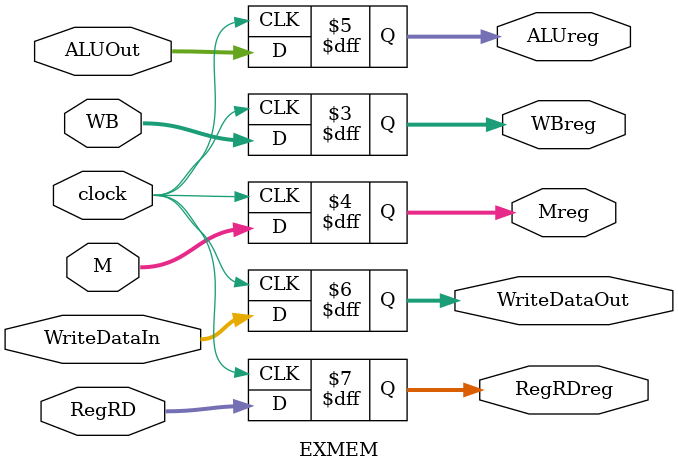
<source format=v>
module EXMEM(clock,WB,M,ALUOut,RegRD,WriteDataIn,Mreg,WBreg,ALUreg,RegRDreg,WriteDataOut);
   input clock;
   input [1:0] WB;
   input [2:0] M;
   input [4:0] RegRD;
   input [31:0] ALUOut,WriteDataIn;
   output [1:0] WBreg;
   output [2:0] Mreg;
   output [31:0] ALUreg,WriteDataOut;
   output [4:0] RegRDreg;
   reg [1:0] WBreg;
   reg [2:0] Mreg;
   reg [31:0] ALUreg,WriteDataOut;
   reg [4:0] RegRDreg;
   initial begin
      WBreg=0;
      Mreg=0;
      ALUreg=0;
      WriteDataOut=0;
      RegRDreg=0;
end
    always@(posedge clock)
    begin
        WBreg <= WB;
        Mreg <= M;
        ALUreg <= ALUOut;
        RegRDreg <= RegRD;
        WriteDataOut <= WriteDataIn;
end
endmodule

</source>
